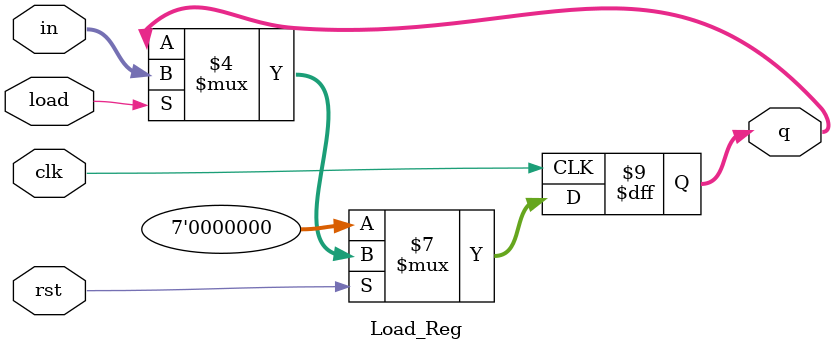
<source format=v>

module Load_Reg(in,q,clk,rst,load);
 	input[6:0] in;
	input clk,rst,load;
	output [6:0] q;
 	reg [6:0]q;
 	
	always @(posedge clk)
	
	begin
		if(rst==0) 
  			q<=7'b000000;
  		else 
 			begin
	  			if(load==1)
	  			q<=in;
	  		end
	end
endmodule

</source>
